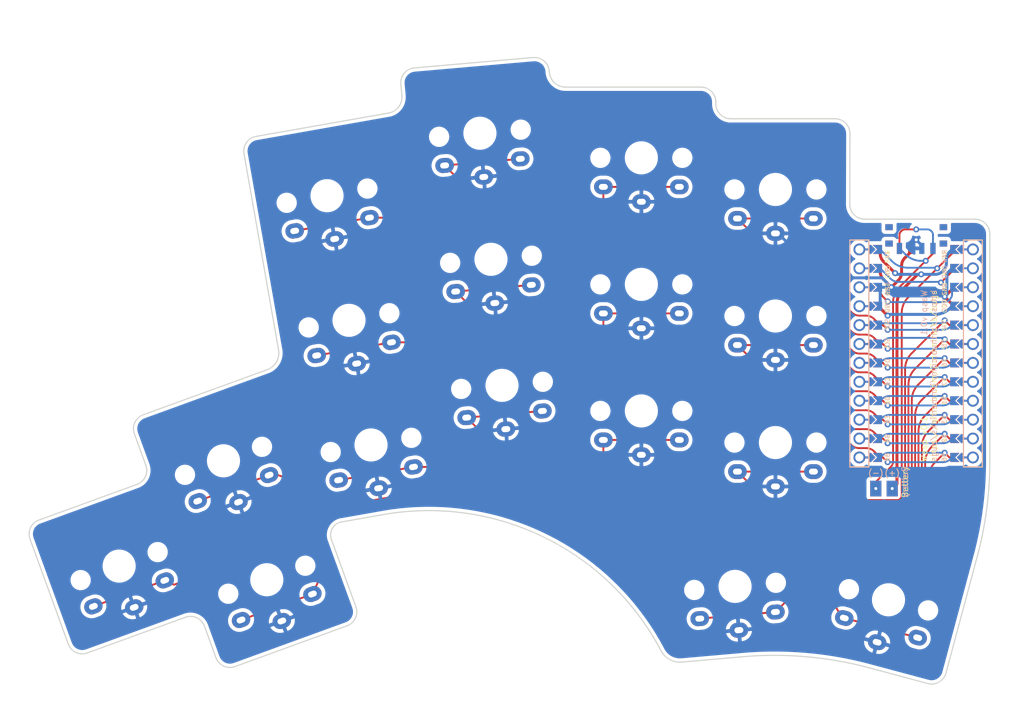
<source format=kicad_pcb>
(kicad_pcb (version 20210925) (generator pcbnew)
  (title_block (title "Wasp") (date "2021-10-11") (rev "0.1") (company "jmnw"))
  (layers (0 "F.Cu" signal) (31 "B.Cu" signal) (34 "B.Paste" user) (35 "F.Paste" user) (36 "B.SilkS" user "B.Silkscreen") (37 "F.SilkS" user "F.Silkscreen") (38 "B.Mask" user) (39 "F.Mask" user) (44 "Edge.Cuts" user))
  (net 0 "")
  (net 1 "unconnected-(PSW1-Pad3)")
  (net 2 "switch1")
  (net 3 "switch2")
  (net 4 "switch3")
  (net 5 "switch4")
  (net 6 "switch5")
  (net 7 "switch6")
  (net 8 "switch7")
  (net 9 "switch8")
  (net 10 "switch9")
  (net 11 "switch10")
  (net 12 "switch11")
  (net 13 "switch12")
  (net 14 "switch13")
  (net 15 "switch14")
  (net 16 "switch15")
  (net 17 "unconnected-(U1-Pad22)")
  (net 18 "unconnected-(U1-Pad2)")
  (net 19 "switch17")
  (net 20 "GND")
  (net 21 "VCC")
  (net 22 "Net-(BT1-Pad2)")
  (net 23 "raw")
  (net 24 "switch16")
  (footprint "bugs:Choc_reversible" (layer "F.Cu") (at 69.140757 53.617908 10)
    (fp_text reference "SW2" hide)
    (fp_text value "SW_PUSH" hide)
  )
  (footprint "bugs:Choc_reversible" (layer "F.Cu") (at 89.665856 45.226904 5)
    (fp_text reference "SW3" hide)
    (fp_text value "SW_PUSH" hide)
  )
  (footprint "bugs:Choc_reversible" (layer "F.Cu") (at 111.336195 48.530934)
    (fp_text reference "SW4" hide)
    (fp_text value "SW_PUSH" hide)
  )
  (footprint "bugs:Choc_reversible" (layer "F.Cu") (at 129.336202 52.780934)
    (fp_text reference "SW5" hide)
    (fp_text value "SW_PUSH" hide)
  )
  (footprint "bugs:Choc_reversible" (layer "F.Cu") (at 41.232975 103.376852 20)
    (fp_text reference "SW1" hide)
    (fp_text value "SW_PUSH" hide)
  )
  (footprint "bugs:Choc_reversible" (layer "F.Cu") (at 72.092776 70.359647 10)
    (fp_text reference "SW7" hide)
    (fp_text value "SW_PUSH" hide)
  )
  (footprint "bugs:Choc_reversible" (layer "F.Cu") (at 91.147505 62.162212 5)
    (fp_text reference "SW8" hide)
    (fp_text value "SW_PUSH" hide)
  )
  (footprint "bugs:Choc_reversible" (layer "F.Cu") (at 111.336209 65.530931)
    (fp_text reference "SW9" hide)
    (fp_text value "SW_PUSH" hide)
  )
  (footprint "bugs:Choc_reversible" (layer "F.Cu") (at 129.336199 69.780935)
    (fp_text reference "SW10" hide)
    (fp_text value "SW_PUSH" hide)
  )
  (footprint "bugs:Choc_reversible" (layer "F.Cu") (at 75.044799 87.101379 10)
    (fp_text reference "SW12" hide)
    (fp_text value "SW_PUSH" hide)
  )
  (footprint "bugs:Choc_reversible" (layer "F.Cu") (at 92.629142 79.097534 5)
    (fp_text reference "SW13" hide)
    (fp_text value "SW_PUSH" hide)
  )
  (footprint "bugs:Choc_reversible" (layer "F.Cu") (at 111.336204 82.530931)
    (fp_text reference "SW14" hide)
    (fp_text value "SW_PUSH" hide)
  )
  (footprint "bugs:Choc_reversible" (layer "F.Cu") (at 123.914429 106.102066 5)
    (fp_text reference "SW16" hide)
    (fp_text value "SW_PUSH" hide)
  )
  (footprint "bugs:Choc_reversible" (layer "F.Cu") (at 144.514159 107.904465 -15)
    (fp_text reference "SW17" hide)
    (fp_text value "SW_PUSH" hide)
  )
  (footprint "bugs:ProMicro_jumpers" (layer "F.Cu") (at 148.226199 74.810934)
    (fp_text reference "U1" hide)
    (fp_text value "ProMicro")
  )
  (footprint "bugs:Choc_reversible" (layer "F.Cu") (at 61.054614 105.207873 20)
    (fp_text reference "SW11" hide)
    (fp_text value "SW_PUSH" hide)
  )
  (footprint "bugs:Choc_reversible" (layer "F.Cu") (at 55.24027 89.233106 20)
    (fp_text reference "SW6" hide)
    (fp_text value "SW_PUSH" hide)
  )
  (footprint "bugs:Battery_pads_reversible" (layer "F.Cu") (at 143.911364 92.955777 180)
    (fp_text reference "BT1" hide)
    (fp_text value "Battery_Cell")
  )
  (footprint "bugs:Choc_reversible" (layer "F.Cu") (at 129.336204 86.780937)
    (fp_text reference "SW15" hide)
    (fp_text value "SW_PUSH" hide)
  )
  (footprint "bugs:Power_reversible" (layer "F.Cu") (at 148.23468 58.947747 180)
    (fp_text reference "PSW1" hide)
    (fp_text value "SW_SPDT")
  )
  (footprint "kbd:thread_m2" (layer "B.Cu") (at 71.371456 83.496299 -170)
    (fp_text reference "Ref**" hide)
    (fp_text value "Val**" hide)
  )
  (footprint "kbd:thread_m2" (layer "B.Cu") (at 68.417693 66.744712 -170)
    (fp_text reference "Ref**" hide)
    (fp_text value "Val**" hide)
  )
  (footprint "kbd:thread_m2" (layer "B.Cu") (at 126.344678 56.84275 180)
    (fp_text reference "Ref**" hide)
    (fp_text value "Val**" hide)
  )
  (gr_arc (start 50.804834 112.131581) (end 50.120788 110.252194) (angle 90) (layer "Edge.Cuts") (width 0.15))
  (gr_line (start 54.223007 115.676006) (end 52.684222 111.447537) (layer "Edge.Cuts") (width 0.15))
  (gr_line (start 44.473102 83.04236) (end 61.102711 76.989758) (layer "Edge.Cuts") (width 0.15))
  (gr_line (start 50.120788 110.252194) (end 36.964354 115.04075) (layer "Edge.Cuts") (width 0.15))
  (gr_line (start 71.085652 97.445928) (end 76.694628 96.456913) (layer "Edge.Cuts") (width 0.15))
  (gr_arc (start 81.04199 38.442533) (end 80.867682 36.450134) (angle -90) (layer "Edge.Cuts") (width 0.15))
  (gr_arc (start 108.194786 89.237753) (end 156.633187 101.31653) (angle -14.00185829) (layer "Edge.Cuts") (width 0.15))
  (gr_line (start 29.270454 99.749542) (end 34.400924 113.845405) (layer "Edge.Cuts") (width 0.15))
  (gr_arc (start 156.116609 58.770532) (end 158.116608 58.770533) (angle -90) (layer "Edge.Cuts") (width 0.15))
  (gr_line (start 121.336223 41.031379) (end 121.336612 41.280525) (layer "Edge.Cuts") (width 0.15))
  (gr_line (start 142.055621 117.080324) (end 149.783018 119.150874) (layer "Edge.Cuts") (width 0.15))
  (gr_line (start 98.973495 36.873723) (end 98.987966 37.039096) (layer "Edge.Cuts") (width 0.15))
  (gr_arc (start 71.393437 99.191447) (end 71.085652 97.445928) (angle -100.0004913) (layer "Edge.Cuts") (width 0.15))
  (gr_arc (start 59.959623 47.620672) (end 59.612325 45.651059) (angle -90) (layer "Edge.Cuts") (width 0.15))
  (gr_arc (start 77.015989 40.366033) (end 77.394997 42.515487) (angle -84.99985992) (layer "Edge.Cuts") (width 0.15))
  (gr_arc (start 42.937589 90.518139) (end 43.621624 92.397529) (angle -90) (layer "Edge.Cuts") (width 0.15))
  (gr_line (start 141.310734 56.770523) (end 156.116608 56.770532) (layer "Edge.Cuts") (width 0.15))
  (gr_line (start 73.01713 108.835491) (end 69.727886 99.797674) (layer "Edge.Cuts") (width 0.15))
  (gr_arc (start 129.211703 164.348897) (end 124.742885 115.570686) (angle 20.43604538) (layer "Edge.Cuts") (width 0.15))
  (gr_arc (start 45.157133 84.921758) (end 44.473102 83.04236) (angle -90) (layer "Edge.Cuts") (width 0.15))
  (gr_line (start 123.336621 43.280528) (end 137.336399 43.280748) (layer "Edge.Cuts") (width 0.15))
  (gr_arc (start 150.300658 117.219022) (end 149.783018 119.150874) (angle -90) (layer "Edge.Cuts") (width 0.15))
  (gr_line (start 152.232511 117.736659) (end 156.633187 101.31653) (layer "Edge.Cuts") (width 0.15))
  (gr_arc (start 137.336395 45.280746) (end 139.336399 45.280745) (angle -90) (layer "Edge.Cuts") (width 0.15))
  (gr_line (start 71.821798 111.39893) (end 56.786439 116.871352) (layer "Edge.Cuts") (width 0.15))
  (gr_line (start 30.465796 97.186116) (end 43.621624 92.397529) (layer "Edge.Cuts") (width 0.15))
  (gr_arc (start 36.280314 113.161363) (end 34.400924 113.845405) (angle -90) (layer "Edge.Cuts") (width 0.15))
  (gr_line (start 158.116608 58.770533) (end 158.116479 89.237807) (layer "Edge.Cuts") (width 0.15))
  (gr_arc (start 123.336613 41.28053) (end 121.336612 41.280525) (angle -90) (layer "Edge.Cuts") (width 0.15))
  (gr_line (start 101.162275 39.031481) (end 119.336227 39.031377) (layer "Edge.Cuts") (width 0.15))
  (gr_arc (start 116.521681 113.392549) (end 113.9 114.6) (angle -70.27275288) (layer "Edge.Cuts") (width 0.15))
  (gr_arc (start 71.137745 109.519542) (end 73.01713 108.835491) (angle 90) (layer "Edge.Cuts") (width 0.15))
  (gr_arc (start 101.162268 36.848865) (end 98.987966 37.039096) (angle -85.00013873) (layer "Edge.Cuts") (width 0.15))
  (gr_line (start 62.634798 74.336105) (end 57.990004 47.967966) (layer "Edge.Cuts") (width 0.15))
  (gr_arc (start 60.287504 74.749999) (end 61.102711 76.989758) (angle -79.99998711) (layer "Edge.Cuts") (width 0.15))
  (gr_arc (start 96.981102 37.048035) (end 98.973495 36.873723) (angle -90) (layer "Edge.Cuts") (width 0.15))
  (gr_line (start 43.27775 85.605795) (end 44.816983 89.834102) (layer "Edge.Cuts") (width 0.15))
  (gr_line (start 116.773337 116.267931) (end 124.742885 115.570686) (layer "Edge.Cuts") (width 0.15))
  (gr_arc (start 82.809479 131.136804) (end 113.9 114.6) (angle -71.99160254) (layer "Edge.Cuts") (width 0.15))
  (gr_line (start 79.049605 38.616839) (end 79.1903 40.175807) (layer "Edge.Cuts") (width 0.15))
  (gr_line (start 80.867682 36.450134) (end 96.806798 35.055648) (layer "Edge.Cuts") (width 0.15))
  (gr_arc (start 56.102386 114.991967) (end 56.786439 116.871352) (angle 90) (layer "Edge.Cuts") (width 0.15))
  (gr_line (start 59.612325 45.651059) (end 77.394997 42.515487) (layer "Edge.Cuts") (width 0.15))
  (gr_arc (start 119.336225 41.031377) (end 121.336223 41.031379) (angle -90) (layer "Edge.Cuts") (width 0.15))
  (gr_arc (start 31.149839 99.0655) (end 30.465796 97.186116) (angle -90) (layer "Edge.Cuts") (width 0.15))
  (gr_line (start 139.336399 45.280745) (end 139.310739 54.770533) (layer "Edge.Cuts") (width 0.15))
  (gr_arc (start 141.310739 54.770531) (end 139.310739 54.770533) (angle -90) (layer "Edge.Cuts") (width 0.15))
  (gr_text "Wasp v0.1\nhttps://github.com/jimmerricks/bugs" (at 149.94 66.220003 90) (layer "B.SilkS") (effects (font (size 0.8 0.8) (thickness 0.1)) (justify left mirror)))
  (gr_text "Wasp v0.1\nhttps://github.com/jimmerricks/bugs" (at 149.94 89.44 90) (layer "F.SilkS") (effects (font (size 0.8 0.8) (thickness 0.1)) (justify left)))
  (segment (start 145.984682 58.890986) (end 145.984681 60.697748) (width 0.25) (layer "F.Cu") (net 1))
  (segment (start 148.234681 58.147745) (end 146.727923 58.147746) (width 0.25) (layer "F.Cu") (net 1))
  (segment (start 146.261234 58.341054) (end 146.177993 58.424294) (width 0.25) (layer "F.Cu") (net 1))
  (via (at 148.234681 58.147745) (size 0.8) (drill 0.4) (layers "F.Cu" "B.Cu") (net 1))
  (arc (start 146.261234 58.341054) (mid 146.475353 58.197985) (end 146.727923 58.147746) (width 0.25) (layer "F.Cu") (net 1))
  (arc (start 146.177993 58.424294) (mid 146.034922 58.638414) (end 145.984682 58.890986) (width 0.25) (layer "F.Cu") (net 1))
  (segment (start 150.220968 58.341057) (end 150.291374 58.411464) (width 0.25) (layer "B.Cu") (net 1))
  (segment (start 150.484681 58.87815) (end 150.484686 60.697745) (width 0.25) (layer "B.Cu") (net 1))
  (segment (start 148.234681 58.147745) (end 149.754275 58.147744) (width 0.25) (layer "B.Cu") (net 1))
  (arc (start 150.291374 58.411464) (mid 150.434442 58.625582) (end 150.484681 58.87815) (width 0.25) (layer "B.Cu") (net 1))
  (arc (start 150.220968 58.341057) (mid 150.006848 58.197985) (end 149.754275 58.147744) (width 0.25) (layer "B.Cu") (net 1))
  (segment (start 47.359287 105.29735) (end 48.600798 105.876276) (width 0.25) (layer "F.Cu") (net 2))
  (segment (start 103.183425 91.834244) (end 107.226466 95.877284) (width 0.25) (layer "F.Cu") (net 2))
  (segment (start 153.0522 81.160935) (end 152.6872 81.160935) (width 0.25) (layer "F.Cu") (net 2))
  (segment (start 47.359291 105.297348) (end 37.774423 108.785954) (width 0.25) (layer "F.Cu") (net 2))
  (segment (start 147.953176 95.641576) (end 147.953176 95.643966) (width 0.25) (layer "F.Cu") (net 2))
  (segment (start 67.983605 98.244149) (end 68.825862 97.041282) (width 0.25) (layer "F.Cu") (net 2))
  (segment (start 152.6872 81.160935) (end 152.052198 80.525931) (width 0.25) (layer "F.Cu") (net 2))
  (segment (start 149.417643 83.160486) (end 152.052198 80.525931) (width 0.25) (layer "F.Cu") (net 2))
  (segment (start 70.762372 95.80759) (end 80.313314 94.123502) (width 0.25) (layer "F.Cu") (net 2))
  (segment (start 48.600798 105.876276) (end 66.552211 99.342496) (width 0.25) (layer "F.Cu") (net 2))
  (segment (start 147.953176 95.643966) (end 147.426965 96.170177) (width 0.25) (layer "F.Cu") (net 2))
  (segment (start 85.491165 90.955563) (end 101.062105 90.955565) (width 0.25) (layer "F.Cu") (net 2))
  (segment (start 101.062105 90.955565) (end 101.062105 90.955565) (width 0.25) (layer "F.Cu") (net 2))
  (segment (start 148.538964 94.227361) (end 148.538963 85.281807) (width 0.25) (layer "F.Cu") (net 2))
  (segment (start 146.012752 96.755963) (end 109.347786 96.755963) (width 0.25) (layer "F.Cu") (net 2))
  (segment (start 81.913689 93.290399) (end 83.369845 91.834244) (width 0.25) (layer "F.Cu") (net 2))
  (via (at 152.052198 80.525931) (size 0.8) (drill 0.4) (layers "F.Cu" "B.Cu") (net 2))
  (arc (start 83.369845 91.834244) (mid 84.343114 91.183924) (end 85.491165 90.955563) (width 0.25) (layer "F.Cu") (net 2))
  (arc (start 149.417643 83.160486) (mid 148.767324 84.133756) (end 148.538963 85.281807) (width 0.25) (layer "F.Cu") (net 2))
  (arc (start 68.825862 97.041282) (mid 69.671419 96.231839) (end 70.762372 95.80759) (width 0.25) (layer "F.Cu") (net 2))
  (arc (start 107.226466 95.877284) (mid 108.199736 96.527602) (end 109.347786 96.755963) (width 0.25) (layer "F.Cu") (net 2))
  (arc (start 80.313314 94.123502) (mid 81.177615 93.830111) (end 81.913689 93.290399) (width 0.25) (layer "F.Cu") (net 2))
  (arc (start 147.426965 96.170177) (mid 146.778119 96.603722) (end 146.012752 96.755963) (width 0.25) (layer "F.Cu") (net 2))
  (arc (start 66.552211 99.342496) (mid 67.352434 98.903479) (end 67.983605 98.244149) (width 0.25) (layer "F.Cu") (net 2))
  (arc (start 103.183425 91.834244) (mid 102.210155 91.183926) (end 101.062105 90.955565) (width 0.25) (layer "F.Cu") (net 2))
  (arc (start 148.538964 94.227361) (mid 148.386723 94.992729) (end 147.953176 95.641576) (width 0.25) (layer "F.Cu") (net 2))
  (segment (start 143.595859 80.965276) (end 143.400201 81.160935) (width 0.25) (layer "B.Cu") (net 2))
  (segment (start 152.052198 80.525931) (end 144.65652 80.525935) (width 0.25) (layer "B.Cu") (net 2))
  (arc (start 143.595859 80.965276) (mid 144.082494 80.640116) (end 144.65652 80.525935) (width 0.25) (layer "B.Cu") (net 2))
  (segment (start 136.641364 73.374459) (end 136.641365 68.904253) (width 0.25) (layer "F.Cu") (net 3))
  (segment (start 143.765205 78.620932) (end 143.400202 78.620935) (width 0.25) (layer "F.Cu") (net 3))
  (segment (start 101.992843 56.573054) (end 74.840504 56.573053) (width 0.25) (layer "F.Cu") (net 3))
  (segment (start 139.552028 76.90644) (end 137.080705 74.43512) (width 0.25) (layer "F.Cu") (net 3))
  (segment (start 141.503725 77.34578) (end 140.612686 77.345779) (width 0.25) (layer "F.Cu") (net 3))
  (segment (start 144.400202 79.255933) (end 143.765205 78.620932) (width 0.25) (layer "F.Cu") (net 3))
  (segment (start 136.202025 67.843593) (end 131.818307 63.459877) (width 0.25) (layer "F.Cu") (net 3))
  (segment (start 108.364945 61.702516) (end 104.114164 57.451734) (width 0.25) (layer "F.Cu") (net 3))
  (segment (start 129.696987 62.581198) (end 110.486266 62.581196) (width 0.25) (layer "F.Cu") (net 3))
  (segment (start 143.400202 78.620935) (end 142.564383 77.785118) (width 0.25) (layer "F.Cu") (net 3))
  (segment (start 64.795471 58.344264) (end 74.84051 56.573052) (width 0.25) (layer "F.Cu") (net 3))
  (via (at 144.400202 79.255933) (size 0.8) (drill 0.4) (layers "F.Cu" "B.Cu") (net 3))
  (arc (start 136.641365 68.904253) (mid 136.527184 68.330228) (end 136.202025 67.843593) (width 0.25) (layer "F.Cu") (net 3))
  (arc (start 139.552028 76.90644) (mid 140.038662 77.231598) (end 140.612686 77.345779) (width 0.25) (layer "F.Cu") (net 3))
  (arc (start 137.080705 74.43512) (mid 136.755545 73.948485) (end 136.641364 73.374459) (width 0.25) (layer "F.Cu") (net 3))
  (arc (start 101.992843 56.573054) (mid 103.140894 56.801416) (end 104.114164 57.451734) (width 0.25) (layer "F.Cu") (net 3))
  (arc (start 141.503725 77.34578) (mid 142.077749 77.45996) (end 142.564383 77.785118) (width 0.25) (layer "F.Cu") (net 3))
  (arc (start 108.364945 61.702516) (mid 109.338215 62.352835) (end 110.486266 62.581196) (width 0.25) (layer "F.Cu") (net 3))
  (arc (start 129.696987 62.581198) (mid 130.845037 62.809559) (end 131.818307 63.459877) (width 0.25) (layer "F.Cu") (net 3))
  (segment (start 144.400202 79.255933) (end 151.795877 79.255934) (width 0.25) (layer "B.Cu") (net 3))
  (segment (start 152.856543 78.816588) (end 153.052199 78.62093) (width 0.25) (layer "B.Cu") (net 3))
  (arc (start 151.795877 79.255934) (mid 152.369906 79.141752) (end 152.856543 78.816588) (width 0.25) (layer "B.Cu") (net 3))
  (segment (start 108.551145 61.252998) (end 104.300362 57.002214) (width 0.25) (layer "F.Cu") (net 4))
  (segment (start 90.613462 55.244854) (end 84.92517 49.556558) (width 0.25) (layer "F.Cu") (net 4))
  (segment (start 129.883187 62.131678) (end 110.672466 62.131678) (width 0.25) (layer "F.Cu") (net 4))
  (segment (start 143.4002 76.080934) (end 142.584384 75.265119) (width 0.25) (layer "F.Cu") (net 4))
  (segment (start 143.4002 76.080931) (end 143.765203 76.080933) (width 0.25) (layer "F.Cu") (net 4))
  (segment (start 137.090886 71.283979) (end 137.090886 68.718055) (width 0.25) (layer "F.Cu") (net 4))
  (segment (start 102.179041 56.123534) (end 92.734783 56.123534) (width 0.25) (layer "F.Cu") (net 4))
  (segment (start 143.765203 76.080933) (end 144.4002 76.715932) (width 0.25) (layer "F.Cu") (net 4))
  (segment (start 136.651546 67.657395) (end 132.004507 63.010357) (width 0.25) (layer "F.Cu") (net 4))
  (segment (start 84.925173 49.556559) (end 95.086359 48.667569) (width 0.25) (layer "F.Cu") (net 4))
  (segment (start 141.523724 74.82578) (end 140.632685 74.82578) (width 0.25) (layer "F.Cu") (net 4))
  (segment (start 139.572024 74.38644) (end 137.530225 72.344639) (width 0.25) (layer "F.Cu") (net 4))
  (via (at 144.4002 76.715932) (size 0.8) (drill 0.4) (layers "F.Cu" "B.Cu") (net 4))
  (arc (start 136.651546 67.657395) (mid 136.976705 68.14403) (end 137.090886 68.718055) (width 0.25) (layer "F.Cu") (net 4))
  (arc (start 90.613462 55.244854) (mid 91.586732 55.895173) (end 92.734783 56.123534) (width 0.25) (layer "F.Cu") (net 4))
  (arc (start 137.090886 71.283979) (mid 137.205067 71.858004) (end 137.530225 72.344639) (width 0.25) (layer "F.Cu") (net 4))
  (arc (start 142.584384 75.265119) (mid 142.097749 74.93996) (end 141.523724 74.82578) (width 0.25) (layer "F.Cu") (net 4))
  (arc (start 104.300362 57.002214) (mid 103.327092 56.351895) (end 102.179041 56.123534) (width 0.25) (layer "F.Cu") (net 4))
  (arc (start 129.883187 62.131678) (mid 131.031237 62.360039) (end 132.004507 63.010357) (width 0.25) (layer "F.Cu") (net 4))
  (arc (start 110.672466 62.131678) (mid 109.524415 61.903316) (end 108.551145 61.252998) (width 0.25) (layer "F.Cu") (net 4))
  (arc (start 140.632685 74.82578) (mid 140.05866 74.711599) (end 139.572024 74.38644) (width 0.25) (layer "F.Cu") (net 4))
  (segment (start 144.4002 76.715932) (end 151.795879 76.715934) (width 0.25) (layer "B.Cu") (net 4))
  (segment (start 152.856538 76.276595) (end 153.052199 76.080934) (width 0.25) (layer "B.Cu") (net 4))
  (arc (start 151.795879 76.715934) (mid 152.369903 76.601754) (end 152.856538 76.276595) (width 0.25) (layer "B.Cu") (net 4))
  (segment (start 143.765202 73.540933) (end 144.400199 74.175933) (width 0.25) (layer "F.Cu") (net 5))
  (segment (start 106.236196 52.430931) (end 116.436194 52.430927) (width 0.25) (layer "F.Cu") (net 5))
  (segment (start 137.540406 69.233496) (end 137.540407 68.531858) (width 0.25) (layer "F.Cu") (net 5))
  (segment (start 139.522025 71.836438) (end 137.979745 70.294157) (width 0.25) (layer "F.Cu") (net 5))
  (segment (start 106.236193 52.43093) (end 106.236194 57.05969) (width 0.25) (layer "F.Cu") (net 5))
  (segment (start 110.858664 61.682155) (end 110.858662 61.682157) (width 0.25) (layer "F.Cu") (net 5))
  (segment (start 130.069386 61.682155) (end 110.858664 61.682155) (width 0.25) (layer "F.Cu") (net 5))
  (segment (start 143.400199 73.540934) (end 142.574381 72.715116) (width 0.25) (layer "F.Cu") (net 5))
  (segment (start 137.101067 67.471197) (end 132.190707 62.560835) (width 0.25) (layer "F.Cu") (net 5))
  (segment (start 107.114874 59.18101) (end 108.737342 60.803478) (width 0.25) (layer "F.Cu") (net 5))
  (segment (start 141.513719 72.275777) (end 140.582688 72.275778) (width 0.25) (layer "F.Cu") (net 5))
  (segment (start 143.400201 73.540936) (end 143.765202 73.540933) (width 0.25) (layer "F.Cu") (net 5))
  (via (at 144.400199 74.175933) (size 0.8) (drill 0.4) (layers "F.Cu" "B.Cu") (net 5))
  (arc (start 137.540407 68.531858) (mid 137.426226 67.957832) (end 137.101067 67.471197) (width 0.25) (layer "F.Cu") (net 5))
  (arc (start 130.069386 61.682155) (mid 131.217437 61.910517) (end 132.190707 62.560835) (width 0.25) (layer "F.Cu") (net 5))
  (arc (start 107.114874 59.18101) (mid 106.464556 58.20774) (end 106.236194 57.05969) (width 0.25) (layer "F.Cu") (net 5))
  (arc (start 139.522025 71.836438) (mid 140.008661 72.161598) (end 140.582688 72.275778) (width 0.25) (layer "F.Cu") (net 5))
  (arc (start 137.540406 69.233496) (mid 137.654586 69.807521) (end 137.979745 70.294157) (width 0.25) (layer "F.Cu") (net 5))
  (arc (start 142.574381 72.715116) (mid 142.087745 72.389957) (end 141.513719 72.275777) (width 0.25) (layer "F.Cu") (net 5))
  (arc (start 108.737342 60.803478) (mid 109.710612 61.453796) (end 110.858662 61.682157) (width 0.25) (layer "F.Cu") (net 5))
  (segment (start 144.400199 74.175933) (end 151.79588 74.175933) (width 0.25) (layer "B.Cu") (net 5))
  (segment (start 152.856536 73.736597) (end 153.0522 73.540935) (width 0.25) (layer "B.Cu") (net 5))
  (arc (start 151.79588 74.175933) (mid 152.369903 74.061753) (end 152.856536 73.736597) (width 0.25) (layer "B.Cu") (net 5))
  (segment (start 139.552027 69.286438) (end 132.376905 62.111316) (width 0.25) (layer "F.Cu") (net 6))
  (segment (start 130.255585 61.232637) (end 130.030546 61.232637) (width 0.25) (layer "F.Cu") (net 6))
  (segment (start 143.400199 71.000934) (end 142.564383 70.165117) (width 0.25) (layer "F.Cu") (net 6))
  (segment (start 141.503721 69.725777) (end 140.612688 69.725778) (width 0.25) (layer "F.Cu") (net 6))
  (segment (start 124.236199 56.680931) (end 134.436202 56.680935) (width 0.25) (layer "F.Cu") (net 6))
  (segment (start 143.765196 71.000936) (end 144.4002 71.635934) (width 0.25) (layer "F.Cu") (net 6))
  (segment (start 143.400198 71.000935) (end 143.765196 71.000936) (width 0.25) (layer "F.Cu") (net 6))
  (segment (start 127.909225 60.353957) (end 124.236202 56.680934) (width 0.25) (layer "F.Cu") (net 6))
  (via (at 144.4002 71.635934) (size 0.8) (drill 0.4) (layers "F.Cu" "B.Cu") (net 6))
  (arc (start 140.612688 69.725778) (mid 140.038662 69.611597) (end 139.552027 69.286438) (width 0.25) (layer "F.Cu") (net 6))
  (arc (start 142.564383 70.165117) (mid 142.077747 69.839957) (end 141.503721 69.725777) (width 0.25) (layer "F.Cu") (net 6))
  (arc (start 130.255585 61.232637) (mid 131.403635 61.460998) (end 132.376905 62.111316) (width 0.25) (layer "F.Cu") (net 6))
  (arc (start 130.030546 61.232637) (mid 128.882495 61.004275) (end 127.909225 60.353957) (width 0.25) (layer "F.Cu") (net 6))
  (segment (start 152.856542 71.196591) (end 153.0522 71.000932) (width 0.25) (layer "B.Cu") (net 6))
  (segment (start 144.4002 71.635934) (end 151.795878 71.635935) (width 0.25) (layer "B.Cu") (net 6))
  (arc (start 152.856542 71.196591) (mid 152.369906 71.521753) (end 151.795878 71.635935) (width 0.25) (layer "B.Cu") (net 6))
  (segment (start 68.266959 94.882411) (end 63.642732 91.644492) (width 0.25) (layer "F.Cu") (net 7))
  (segment (start 145.965 96.306442) (end 109.533981 96.306442) (width 0.25) (layer "F.Cu") (net 7))
  (segment (start 152.687203 78.620935) (end 152.052204 77.985935) (width 0.25) (layer "F.Cu") (net 7))
  (segment (start 61.401059 91.147525) (end 61.366579 91.153605) (width 0.25) (layer "F.Cu") (net 7))
  (segment (start 101.248301 90.506046) (end 85.248592 90.506043) (width 0.25) (layer "F.Cu") (net 7))
  (segment (start 101.248301 90.506046) (end 101.248299 90.506046) (width 0.25) (layer "F.Cu") (net 7))
  (segment (start 51.781713 94.642213) (end 61.366579 91.153606) (width 0.25) (layer "F.Cu") (net 7))
  (segment (start 152.052204 77.985935) (end 152.052203 77.985935) (width 0.25) (layer "F.Cu") (net 7))
  (segment (start 80.047266 93.697459) (end 70.508634 95.379378) (width 0.25) (layer "F.Cu") (net 7))
  (segment (start 147.603244 95.355792) (end 147.138799 95.820238) (width 0.25) (layer "F.Cu") (net 7))
  (segment (start 83.127269 91.384725) (end 81.647644 92.864353) (width 0.25) (layer "F.Cu") (net 7))
  (segment (start 103.36962 91.384726) (end 103.369619 91.384725) (width 0.25) (layer "F.Cu") (net 7))
  (segment (start 152.052203 77.985935) (end 148.968125 81.070013) (width 0.25) (layer "F.Cu") (net 7))
  (segment (start 153.052199 78.62093) (end 152.687203 78.620935) (width 0.25) (layer "F.Cu") (net 7))
  (segment (start 148.089446 83.191333) (end 148.089445 94.181996) (width 0.25) (layer "F.Cu") (net 7))
  (segment (start 107.412662 95.427764) (end 103.369619 91.384725) (width 0.25) (layer "F.Cu") (net 7))
  (via (at 152.052204 77.985935) (size 0.8) (drill 0.4) (layers "F.Cu" "B.Cu") (net 7))
  (arc (start 61.401059 91.147525) (mid 62.571322 91.173061) (end 63.642732 91.644492) (width 0.25) (layer "F.Cu") (net 7))
  (arc (start 147.138799 95.820238) (mid 146.600256 96.180082) (end 145.965 96.306442) (width 0.25) (layer "F.Cu") (net 7))
  (arc (start 70.508634 95.379378) (mid 69.338369 95.353842) (end 68.266959 94.882411) (width 0.25) (layer "F.Cu") (net 7))
  (arc (start 107.412662 95.427764) (mid 108.385932 96.078081) (end 109.533981 96.306442) (width 0.25) (layer "F.Cu") (net 7))
  (arc (start 101.248299 90.506046) (mid 102.39635 90.734408) (end 103.36962 91.384726) (width 0.25) (layer "F.Cu") (net 7))
  (arc (start 80.047266 93.697459) (mid 80.911568 93.404067) (end 81.647644 92.864353) (width 0.25) (layer "F.Cu") (net 7))
  (arc (start 148.089446 83.191333) (mid 148.317807 82.043283) (end 148.968125 81.070013) (width 0.25) (layer "F.Cu") (net 7))
  (arc (start 85.248592 90.506043) (mid 84.10054 90.734405) (end 83.127269 91.384725) (width 0.25) (layer "F.Cu") (net 7))
  (arc (start 147.603244 95.355792) (mid 147.963086 94.81725) (end 148.089445 94.181996) (width 0.25) (layer "F.Cu") (net 7))
  (segment (start 152.052204 77.985935) (end 144.65652 77.985935) (width 0.25) (layer "B.Cu") (net 7))
  (segment (start 143.595862 78.425272) (end 143.400199 78.620935) (width 0.25) (layer "B.Cu") (net 7))
  (arc (start 144.65652 77.985935) (mid 144.082496 78.100115) (end 143.595862 78.425272) (width 0.25) (layer "B.Cu") (net 7))
  (segment (start 103.645904 74.193472) (end 108.184947 78.732515) (width 0.25) (layer "F.Cu") (net 8))
  (segment (start 110.306267 79.611194) (end 130.784143 79.611196) (width 0.25) (layer "F.Cu") (net 8))
  (segment (start 67.747485 75.086004) (end 77.792523 73.314794) (width 0.25) (layer "F.Cu") (net 8))
  (segment (start 142.584384 87.965119) (end 143.400199 88.780937) (width 0.25) (layer "F.Cu") (net 8))
  (segment (start 77.792523 73.314792) (end 101.524583 73.314792) (width 0.25) (layer "F.Cu") (net 8))
  (segment (start 140.562687 87.525778) (end 141.523721 87.525777) (width 0.25) (layer "F.Cu") (net 8))
  (segment (start 143.400196 88.780933) (end 143.765201 88.780933) (width 0.25) (layer "F.Cu") (net 8))
  (segment (start 132.905464 80.489876) (end 139.502026 87.086438) (width 0.25) (layer "F.Cu") (net 8))
  (segment (start 143.765201 88.780933) (end 144.400197 89.415935) (width 0.25) (layer "F.Cu") (net 8))
  (via (at 144.400197 89.415935) (size 0.8) (drill 0.4) (layers "F.Cu" "B.Cu") (net 8))
  (arc (start 141.523721 87.525777) (mid 142.097748 87.639958) (end 142.584384 87.965119) (width 0.25) (layer "F.Cu") (net 8))
  (arc (start 103.645904 74.193472) (mid 102.672634 73.543153) (end 101.524583 73.314792) (width 0.25) (layer "F.Cu") (net 8))
  (arc (start 108.184947 78.732515) (mid 109.158217 79.382833) (end 110.306267 79.611194) (width 0.25) (layer "F.Cu") (net 8))
  (arc (start 140.562687 87.525778) (mid 139.988661 87.411597) (end 139.502026 87.086438) (width 0.25) (layer "F.Cu") (net 8))
  (arc (start 132.905464 80.489876) (mid 131.932194 79.839557) (end 130.784143 79.611196) (width 0.25) (layer "F.Cu") (net 8))
  (segment (start 144.400197 89.415935) (end 151.795879 89.415935) (width 0.25) (layer "B.Cu") (net 8))
  (segment (start 152.856538 88.976597) (end 153.052198 88.780937) (width 0.25) (layer "B.Cu") (net 8))
  (arc (start 152.856538 88.976597) (mid 152.369903 89.301755) (end 151.795879 89.415935) (width 0.25) (layer "B.Cu") (net 8))
  (segment (start 96.568006 65.602876) (end 96.568004 65.844142) (width 0.25) (layer "F.Cu") (net 9))
  (segment (start 110.49247 79.16168) (end 110.492464 79.161674) (width 0.25) (layer "F.Cu") (net 9))
  (segment (start 86.406817 66.491867) (end 96.568 65.60288) (width 0.25) (layer "F.Cu") (net 9))
  (segment (start 108.371146 78.282996) (end 103.832094 73.74395) (width 0.25) (layer "F.Cu") (net 9))
  (segment (start 141.51372 84.975777) (end 138.648405 84.975779) (width 0.25) (layer "F.Cu") (net 9))
  (segment (start 91.901545 71.986592) (end 86.406819 66.491866) (width 0.25) (layer "F.Cu") (net 9))
  (segment (start 130.970343 79.16168) (end 110.49247 79.16168) (width 0.25) (layer "F.Cu") (net 9))
  (segment (start 101.710775 72.865272) (end 94.022866 72.865272) (width 0.25) (layer "F.Cu") (net 9))
  (segment (start 137.587744 84.536439) (end 133.091663 80.040359) (width 0.25) (layer "F.Cu") (net 9))
  (segment (start 143.765202 86.240933) (end 144.400199 86.875932) (width 0.25) (layer "F.Cu") (net 9))
  (segment (start 142.574382 85.415117) (end 143.400199 86.240934) (width 0.25) (layer "F.Cu") (net 9))
  (segment (start 143.400202 86.240933) (end 143.765202 86.240933) (width 0.25) (layer "F.Cu") (net 9))
  (via (at 144.400199 86.875932) (size 0.8) (drill 0.4) (layers "F.Cu" "B.Cu") (net 9))
  (arc (start 94.022866 72.865272) (mid 92.874815 72.63691) (end 91.901545 71.986592) (width 0.25) (layer "F.Cu") (net 9))
  (arc (start 110.492464 79.161674) (mid 109.344415 78.933313) (end 108.371146 78.282996) (width 0.25) (layer "F.Cu") (net 9))
  (arc (start 103.832094 73.74395) (mid 102.858824 73.093633) (end 101.710775 72.865272) (width 0.25) (layer "F.Cu") (net 9))
  (arc (start 142.574382 85.415117) (mid 142.087746 85.089957) (end 141.51372 84.975777) (width 0.25) (layer "F.Cu") (net 9))
  (arc (start 133.091663 80.040359) (mid 132.118393 79.390041) (end 130.970343 79.16168) (width 0.25) (layer "F.Cu") (net 9))
  (arc (start 138.648405 84.975779) (mid 138.074379 84.861598) (end 137.587744 84.536439) (width 0.25) (layer "F.Cu") (net 9))
  (segment (start 144.400199 86.875932) (end 151.795877 86.875937) (width 0.25) (layer "B.Cu") (net 9))
  (segment (start 152.856544 86.436591) (end 153.052201 86.240932) (width 0.25) (layer "B.Cu") (net 9))
  (arc (start 151.795877 86.875937) (mid 152.369907 86.761755) (end 152.856544 86.436591) (width 0.25) (layer "B.Cu") (net 9))
  (segment (start 106.236209 75.512337) (end 106.236209 69.430931) (width 0.25) (layer "F.Cu") (net 10))
  (segment (start 106.236204 75.512342) (end 106.236209 75.512337) (width 0.25) (layer "F.Cu") (net 10))
  (segment (start 143.7652 83.700934) (end 144.400198 84.335933) (width 0.25) (layer "F.Cu") (net 10))
  (segment (start 143.400201 83.700935) (end 142.584381 82.885115) (width 0.25) (layer "F.Cu") (net 10))
  (segment (start 141.523721 82.445776) (end 136.754121 82.445777) (width 0.25) (layer "F.Cu") (net 10))
  (segment (start 106.236211 69.430928) (end 116.436206 69.430925) (width 0.25) (layer "F.Cu") (net 10))
  (segment (start 106.236204 75.512342) (end 108.557338 77.833475) (width 0.25) (layer "F.Cu") (net 10))
  (segment (start 131.156537 78.712155) (end 110.678658 78.712155) (width 0.25) (layer "F.Cu") (net 10))
  (segment (start 135.693461 82.006437) (end 133.277857 79.590834) (width 0.25) (layer "F.Cu") (net 10))
  (segment (start 143.400201 83.700932) (end 143.7652 83.700934) (width 0.25) (layer "F.Cu") (net 10))
  (via (at 144.400198 84.335933) (size 0.8) (drill 0.4) (layers "F.Cu" "B.Cu") (net 10))
  (arc (start 133.277857 79.590834) (mid 132.304587 78.940516) (end 131.156537 78.712155) (width 0.25) (layer "F.Cu") (net 10))
  (arc (start 135.693461 82.006437) (mid 136.180096 82.331596) (end 136.754121 82.445777) (width 0.25) (layer "F.Cu") (net 10))
  (arc (start 141.523721 82.445776) (mid 142.097746 82.559957) (end 142.584381 82.885115) (width 0.25) (layer "F.Cu") (net 10))
  (arc (start 108.557338 77.833475) (mid 109.530608 78.483793) (end 110.678658 78.712155) (width 0.25) (layer "F.Cu") (net 10))
  (segment (start 152.85654 83.896596) (end 153.052201 83.700935) (width 0.25) (layer "B.Cu") (net 10))
  (segment (start 144.400198 84.335933) (end 151.795881 84.335934) (width 0.25) (layer "B.Cu") (net 10))
  (arc (start 152.85654 83.896596) (mid 152.369905 84.221754) (end 151.795881 84.335934) (width 0.25) (layer "B.Cu") (net 10))
  (segment (start 133.464057 79.141316) (end 133.769179 79.446438) (width 0.25) (layer "F.Cu") (net 11))
  (segment (start 124.236204 73.680935) (end 127.939223 77.383955) (width 0.25) (layer "F.Cu") (net 11))
  (segment (start 143.400201 81.160935) (end 143.765195 81.160933) (width 0.25) (layer "F.Cu") (net 11))
  (segment (start 124.236203 73.680933) (end 134.436203 73.680933) (width 0.25) (layer "F.Cu") (net 11))
  (segment (start 143.765195 81.160933) (end 144.400202 81.795933) (width 0.25) (layer "F.Cu") (net 11))
  (segment (start 142.564385 80.325119) (end 143.400198 81.160934) (width 0.25) (layer "F.Cu") (net 11))
  (segment (start 134.82984 79.885779) (end 141.503724 79.885778) (width 0.25) (layer "F.Cu") (net 11))
  (segment (start 130.060546 78.262635) (end 131.342733 78.262634) (width 0.25) (layer "F.Cu") (net 11))
  (via (at 144.400202 81.795933) (size 0.8) (drill 0.4) (layers "F.Cu" "B.Cu") (net 11))
  (arc (start 131.342733 78.262634) (mid 132.490786 78.490996) (end 133.464057 79.141316) (width 0.25) (layer "F.Cu") (net 11))
  (arc (start 130.060546 78.262635) (mid 128.912494 78.034274) (end 127.939223 77.383955) (width 0.25) (layer "F.Cu") (net 11))
  (arc (start 142.564385 80.325119) (mid 142.07775 79.999959) (end 141.503724 79.885778) (width 0.25) (layer "F.Cu") (net 11))
  (arc (start 134.82984 79.885779) (mid 134.255814 79.771598) (end 133.769179 79.446438) (width 0.25) (layer "F.Cu") (net 11))
  (segment (start 152.856542 81.356593) (end 153.0522 81.160935) (width 0.25) (layer "B.Cu") (net 11))
  (segment (start 144.400202 81.795933) (end 151.795882 81.795933) (width 0.25) (layer "B.Cu") (net 11))
  (arc (start 152.856542 81.356593) (mid 152.369907 81.681752) (end 151.795882 81.795933) (width 0.25) (layer "B.Cu") (net 11))
  (segment (start 67.180924 107.128371) (end 68.628614 104.02379) (width 0.25) (layer "F.Cu") (net 12))
  (segment (start 71.003017 96.24763) (end 80.570444 94.560634) (width 0.25) (layer "F.Cu") (net 12))
  (segment (start 149.867165 85.250969) (end 152.052198 83.065936) (width 0.25) (layer "F.Cu") (net 12))
  (segment (start 57.596057 110.61698) (end 67.180926 107.128375) (width 0.25) (layer "F.Cu") (net 12))
  (segment (start 109.161589 97.205483) (end 146.062259 97.205483) (width 0.25) (layer "F.Cu") (net 12))
  (segment (start 148.988484 94.279258) (end 148.988485 87.37229) (width 0.25) (layer "F.Cu") (net 12))
  (segment (start 153.052201 83.700935) (end 152.687199 83.700932) (width 0.25) (layer "F.Cu") (net 12))
  (segment (start 102.997228 92.283764) (end 107.040269 96.326804) (width 0.25) (layer "F.Cu") (net 12))
  (segment (start 68.72877 101.729874) (end 68.36095 100.719301) (width 0.25) (layer "F.Cu") (net 12))
  (segment (start 68.722572 97.972511) (end 69.066504 97.481323) (width 0.25) (layer "F.Cu") (net 12))
  (segment (start 85.735907 91.405085) (end 100.875908 91.405085) (width 0.25) (layer "F.Cu") (net 12))
  (segment (start 82.170819 93.727531) (end 83.614586 92.283765) (width 0.25) (layer "F.Cu") (net 12))
  (segment (start 147.709818 96.523042) (end 148.306043 95.926817) (width 0.25) (layer "F.Cu") (net 12))
  (segment (start 152.687199 83.700932) (end 152.052198 83.065936) (width 0.25) (layer "F.Cu") (net 12))
  (via (at 152.052198 83.065936) (size 0.8) (drill 0.4) (layers "F.Cu" "B.Cu") (net 12))
  (arc (start 149.867165 85.250969) (mid 149.216846 86.224239) (end 148.988485 87.37229) (width 0.25) (layer "F.Cu") (net 12))
  (arc (start 68.628614 104.02379) (mid 68.906837 102.886794) (end 68.72877 101.729874) (width 0.25) (layer "F.Cu") (net 12))
  (arc (start 68.36095 100.719301) (mid 68.205693 99.301662) (end 68.722572 97.972511) (width 0.25) (layer "F.Cu") (net 12))
  (arc (start 69.066504 97.481323) (mid 69.912063 96.671878) (end 71.003017 96.24763) (width 0.25) (layer "F.Cu") (net 12))
  (arc (start 83.614586 92.283765) (mid 84.587856 91.633447) (end 85.735907 91.405085) (width 0.25) (layer "F.Cu") (net 12))
  (arc (start 107.040269 96.326804) (mid 108.013539 96.977122) (end 109.161589 97.205483) (width 0.25) (layer "F.Cu") (net 12))
  (arc (start 148.306043 95.926817) (mid 148.811124 95.170911) (end 148.988484 94.279258) (width 0.25) (layer "F.Cu") (net 12))
  (arc (start 147.709818 96.523042) (mid 146.953912 97.028123) (end 146.062259 97.205483) (width 0.25) (layer "F.Cu") (net 12))
  (arc (start 102.997228 92.283764) (mid 102.023958 91.633446) (end 100.875908 91.405085) (width 0.25) (layer "F.Cu") (net 12))
  (arc (start 80.570444 94.560634) (mid 81.434745 94.267244) (end 82.170819 93.727531) (width 0.25) (layer "F.Cu") (net 12))
  (segment (start 152.052198 83.065936) (end 144.656519 83.065934) (width 0.25) (layer "B.Cu") (net 12))
  (segment (start 143.59586 83.505273) (end 143.400201 83.700932) (width 0.25) (layer "B.Cu") (net 12))
  (arc (start 144.656519 83.065934) (mid 144.082495 83.180114) (end 143.59586 83.505273) (width 0.25) (layer "B.Cu") (net 12))
  (segment (start 142.337537 95.856922) (end 145.915493 95.856919) (width 0.25) (layer "F.Cu") (net 13))
  (segment (start 70.699505 91.827732) (end 80.744543 90.056525) (width 0.25) (layer "F.Cu") (net 13))
  (segment (start 109.720178 95.856922) (end 142.337537 95.856922) (width 0.25) (layer "F.Cu") (net 13))
  (segment (start 152.6872 76.080935) (end 152.052201 75.445934) (width 0.25) (layer "F.Cu") (net 13))
  (segment (start 153.052199 76.080934) (end 152.6872 76.080935) (width 0.25) (layer "F.Cu") (net 13))
  (segment (start 103.55582 90.935203) (end 107.598857 94.978242) (width 0.25) (layer "F.Cu") (net 13))
  (segment (start 147.639926 94.132486) (end 147.639927 81.10085) (width 0.25) (layer "F.Cu") (net 13))
  (segment (start 146.855943 95.467372) (end 147.250377 95.072939) (width 0.25) (layer "F.Cu") (net 13))
  (segment (start 80.744542 90.056526) (end 101.434499 90.056523) (width 0.25) (layer "F.Cu") (net 13))
  (segment (start 148.518606 78.97953) (end 152.052201 75.445934) (width 0.25) (layer "F.Cu") (net 13))
  (via (at 152.052201 75.445934) (size 0.8) (drill 0.4) (layers "F.Cu" "B.Cu") (net 13))
  (arc (start 147.639927 81.10085) (mid 147.868288 79.9528) (end 148.518606 78.97953) (width 0.25) (layer "F.Cu") (net 13))
  (arc (start 107.598857 94.978242) (mid 108.572127 95.628561) (end 109.720178 95.856922) (width 0.25) (layer "F.Cu") (net 13))
  (arc (start 146.855943 95.467372) (mid 146.424461 95.755679) (end 145.915493 95.856919) (width 0.25) (layer "F.Cu") (net 13))
  (arc (start 147.250377 95.072939) (mid 147.538685 94.641456) (end 147.639926 94.132486) (width 0.25) (layer "F.Cu") (net 13))
  (arc (start 103.55582 90.935203) (mid 102.58255 90.284884) (end 101.434499 90.056523) (width 0.25) (layer "F.Cu") (net 13))
  (segment (start 143.595863 75.88527) (end 143.4002 76.080931) (width 0.25) (layer "B.Cu") (net 13))
  (segment (start 152.052201 75.445934) (end 144.656518 75.445935) (width 0.25) (layer "B.Cu") (net 13))
  (arc (start 143.595863 75.88527) (mid 144.082496 75.560115) (end 144.656518 75.445935) (width 0.25) (layer "B.Cu") (net 13))
  (segment (start 98.049644 82.538197) (end 98.049641 83.460059) (width 0.25) (layer "F.Cu") (net 14))
  (segment (start 146.897513 94.790089) (end 146.573091 95.114509) (width 0.25) (layer "F.Cu") (net 14))
  (segment (start 101.620697 89.607005) (end 95.310914 89.607007) (width 0.25) (layer "F.Cu") (net 14))
  (segment (start 93.189592 88.728327) (end 87.888454 83.427187) (width 0.25) (layer "F.Cu") (net 14))
  (segment (start 107.785055 94.528721) (end 103.742017 90.485684) (width 0.25) (layer "F.Cu") (net 14))
  (segment (start 145.865986 95.4074) (end 109.906375 95.407401) (width 0.25) (layer "F.Cu") (net 14))
  (segment (start 87.888454 83.427188) (end 98.049639 82.538203) (width 0.25) (layer "F.Cu") (net 14))
  (segment (start 101.620697 89.607005) (end 101.620697 89.607005) (width 0.25) (layer "F.Cu") (net 14))
  (segment (start 152.052204 72.905932) (end 148.069084 76.889049) (width 0.25) (layer "F.Cu") (net 14))
  (segment (start 152.687196 73.540935) (end 152.052204 72.905932) (width 0.25) (layer "F.Cu") (net 14))
  (segment (start 147.190403 79.010371) (end 147.190408 94.08298) (width 0.25) (layer "F.Cu") (net 14))
  (segment (start 153.0522 73.540935) (end 152.687196 73.540935) (width 0.25) (layer "F.Cu") (net 14))
  (via (at 152.052204 72.905932) (size 0.8) (drill 0.4) (layers "F.Cu" "B.Cu") (net 14))
  (arc (start 147.190408 94.08298) (mid 147.114287 94.465665) (end 146.897513 94.790089) (width 0.25) (layer "F.Cu") (net 14))
  (arc (start 103.742017 90.485684) (mid 102.768747 89.835366) (end 101.620697 89.607005) (width 0.25) (layer "F.Cu") (net 14))
  (arc (start 95.310914 89.607007) (mid 94.162863 89.378646) (end 93.189592 88.728327) (width 0.25) (layer "F.Cu") (net 14))
  (arc (start 145.865986 95.4074) (mid 146.248668 95.33128) (end 146.573091 95.114509) (width 0.25) (layer "F.Cu") (net 14))
  (arc (start 107.785055 94.528721) (mid 108.758325 95.179039) (end 109.906375 95.407401) (width 0.25) (layer "F.Cu") (net 14))
  (arc (start 148.069084 76.889049) (mid 147.418765 77.86232) (end 147.190403 79.010371) (width 0.25) (layer "F.Cu") (net 14))
  (segment (start 143.785381 73.155756) (end 143.400201 73.540936) (width 0.25) (layer "B.Cu") (net 14))
  (segment (start 152.052204 72.905932) (end 151.862682 72.716412) (width 0.25) (layer "B.Cu") (net 14))
  (segment (start 151.862682 72.716412) (end 144.84604 72.716417) (width 0.25) (layer "B.Cu") (net 14))
  (arc (start 143.785381 73.155756) (mid 144.272016 72.830597) (end 144.84604 72.716417) (width 0.25) (layer "B.Cu") (net 14))
  (segment (start 106.236205 86.430925) (end 116.436205 86.430931) (width 0.25) (layer "F.Cu") (net 15))
  (segment (start 147.619564 74.79857) (end 152.052202 70.365936) (width 0.25) (layer "F.Cu") (net 15))
  (segment (start 153.0522 71.000932) (end 152.687196 71.000933) (width 0.25) (layer "F.Cu") (net 15))
  (segment (start 107.114884 93.222833) (end 107.971254 94.079204) (width 0.25) (layer "F.Cu") (net 15))
  (segment (start 110.092575 94.957884) (end 145.82062 94.957882) (width 0.25) (layer "F.Cu") (net 15))
  (segment (start 152.687196 71.000933) (end 152.052202 70.365936) (width 0.25) (layer "F.Cu") (net 15))
  (segment (start 106.236202 86.430931) (end 106.236205 91.101515) (width 0.25) (layer "F.Cu") (net 15))
  (segment (start 146.287312 94.764571) (end 146.547577 94.504304) (width 0.25) (layer "F.Cu") (net 15))
  (segment (start 146.740886 94.037615) (end 146.740883 76.919891) (width 0.25) (layer "F.Cu") (net 15))
  (via (at 152.052202 70.365936) (size 0.8) (drill 0.4) (layers "F.Cu" "B.Cu") (net 15))
  (arc (start 146.547577 94.504304) (mid 146.690646 94.290185) (end 146.740886 94.037615) (width 0.25) (layer "F.Cu") (net 15))
  (arc (start 107.971254 94.079204) (mid 108.944524 94.729523) (end 110.092575 94.957884) (width 0.25) (layer "F.Cu") (net 15))
  (arc (start 145.82062 94.957882) (mid 146.073192 94.907642) (end 146.287312 94.764571) (width 0.25) (layer "F.Cu") (net 15))
  (arc (start 147.619564 74.79857) (mid 146.969245 75.77184) (end 146.740883 76.919891) (width 0.25) (layer "F.Cu") (net 15))
  (arc (start 107.114884 93.222833) (mid 106.464566 92.249564) (end 106.236205 91.101515) (width 0.25) (layer "F.Cu") (net 15))
  (segment (start 151.6672 70.750934) (end 152.052202 70.365936) (width 0.25) (layer "B.Cu") (net 15))
  (segment (start 143.400198 71.000935) (end 143.6502 70.750936) (width 0.25) (layer "B.Cu") (net 15))
  (segment (start 143.6502 70.750936) (end 151.6672 70.750934) (width 0.25) (layer "B.Cu") (net 15))
  (segment (start 124.236205 90.680937) (end 127.184954 93.629682) (width 0.25) (layer "F.Cu") (net 16))
  (segment (start 146.00446 94.411707) (end 146.19471 94.221456) (width 0.25) (layer "F.Cu") (net 16))
  (segment (start 151.0522 63.380932) (end 153.052202 61.380931) (width 0.25) (layer "F.Cu") (net 16))
  (segment (start 124.236205 90.680937) (end 134.436206 90.680933) (width 0.25) (layer "F.Cu") (net 16))
  (segment (start 146.291364 93.988111) (end 146.291363 69.38441) (width 0.25) (layer "F.Cu") (net 16))
  (segment (start 153.052202 61.380931) (end 153.052201 60.840932) (width 0.25) (layer "F.Cu") (net 16))
  (segment (start 147.170043 67.26309) (end 151.0522 63.380932) (width 0.25) (layer "F.Cu") (net 16))
  (segment (start 129.306273 94.50836) (end 145.771114 94.508362) (width 0.25) (layer "F.Cu") (net 16))
  (via (at 151.0522 63.380932) (size 0.8) (drill 0.4) (layers "F.Cu" "B.Cu") (net 16))
  (arc (start 129.306273 94.50836) (mid 128.158224 94.279999) (end 127.184954 93.629682) (width 0.25) (layer "F.Cu") (net 16))
  (arc (start 146.291364 93.988111) (mid 146.266244 94.114396) (end 146.19471 94.221456) (width 0.25) (layer "F.Cu") (net 16))
  (arc (start 145.771114 94.508362) (mid 145.8974 94.483242) (end 146.00446 94.411707) (width 0.25) (layer "F.Cu") (net 16))
  (arc (start 146.291363 69.38441) (mid 146.519724 68.23636) (end 147.170043 67.26309) (width 0.25) (layer "F.Cu") (net 16))
  (segment (start 151.0522 63.380932) (end 150.962687 63.291424) (width 0.25) (layer "B.Cu") (net 16))
  (segment (start 144.972011 62.412743) (end 143.400202 60.840931) (width 0.25) (layer "B.Cu") (net 16))
  (segment (start 150.962687 63.291424) (end 147.093333 63.291424) (width 0.25) (layer "B.Cu") (net 16))
  (arc (start 144.972011 62.412743) (mid 145.945282 63.063062) (end 147.093333 63.291424) (width 0.25) (layer "B.Cu") (net 16))
  (segment (start 143.839538 67.265272) (end 144.400198 67.825935) (width 0.25) (layer "F.Cu") (net 17))
  (segment (start 143.400201 65.920935) (end 143.400201 66.204615) (width 0.25) (layer "F.Cu") (net 17))
  (via (at 144.400198 67.825935) (size 0.8) (drill 0.4) (layers "F.Cu" "B.Cu") (net 17))
  (arc (start 143.839538 67.265272) (mid 143.514381 66.778638) (end 143.400201 66.204615) (width 0.25) (layer "F.Cu") (net 17))
  (segment (start 152.67974 67.622551) (end 152.75931 67.54298) (width 0.25) (layer "B.Cu") (net 17))
  (segment (start 144.489715 67.915443) (end 151.972632 67.915445) (width 0.25) (layer "B.Cu") (net 17))
  (segment (start 153.052202 66.835874) (end 153.052201 65.920934) (width 0.25) (layer "B.Cu") (net 17))
  (segment (start 144.400198 67.825935) (end 144.489715 67.915443) (width 0.25) (layer "B.Cu") (net 17))
  (arc (start 152.67974 67.622551) (mid 152.355316 67.839325) (end 151.972632 67.915445) (width 0.25) (layer "B.Cu") (net 17))
  (arc (start 153.052202 66.835874) (mid 152.976082 67.218557) (end 152.75931 67.54298) (width 0.25) (layer "B.Cu") (net 17))
  (segment (start 153.052201 63.785931) (end 153.052197 63.380936) (width 0.25) (layer "F.Cu") (net 18))
  (segment (start 151.5522 65.285934) (end 153.052201 63.785931) (width 0.25) (layer "F.Cu") (net 18))
  (via (at 151.5522 65.285934) (size 0.8) (drill 0.4) (layers "F.Cu" "B.Cu") (net 18))
  (segment (start 151.46269 65.196423) (end 145.837011 65.196425) (width 0.25) (layer "B.Cu") (net 18))
  (segment (start 151.5522 65.285934) (end 151.46269 65.196423) (width 0.25) (layer "B.Cu") (net 18))
  (segment (start 144.77635 64.757085) (end 143.400202 63.380935) (width 0.25) (layer "B.Cu") (net 18))
  (arc (start 145.837011 65.196425) (mid 145.262986 65.082244) (end 144.77635 64.757085) (width 0.25) (layer "B.Cu") (net 18))
  (segment (start 149.887525 94.37413) (end 149.887525 91.553251) (width 0.25) (layer "F.Cu") (net 19))
  (segment (start 152.687201 88.780934) (end 152.052203 88.145933) (width 0.25) (layer "F.Cu") (net 19))
  (segment (start 150.766205 89.43193) (end 152.052203 88.145933) (width 0.25) (layer "F.Cu") (net 19))
  (segment (start 148.278455 97.225841) (end 149.008846 96.49545) (width 0.25) (layer "F.Cu") (net 19))
  (segment (start 138.17868 109.951736) (end 138.578543 110.351599) (width 0.25) (layer "F.Cu") (net 19))
  (segment (start 153.052198 88.780937) (end 152.687201 88.780934) (width 0.25) (layer "F.Cu") (net 19))
  (segment (start 140.530177 98.983201) (end 138.178679 101.334699) (width 0.25) (layer "F.Cu") (net 19))
  (segment (start 138.578539 110.351601) (end 138.225656 109.998715) (width 0.25) (layer "F.Cu") (net 19))
  (segment (start 137.3 103.456019) (end 137.3 107.830415) (width 0.25) (layer "F.Cu") (net 19))
  (segment (start 146.157134 98.104521) (end 142.651498 98.104521) (width 0.25) (layer "F.Cu") (net 19))
  (segment (start 148.430983 112.991554) (end 138.578539 110.351601) (width 0.25) (layer "F.Cu") (net 19))
  (via (at 152.052203 88.145933) (size 0.8) (drill 0.4) (layers "F.Cu" "B.Cu") (net 19))
  (arc (start 142.651498 98.104521) (mid 141.503447 98.332883) (end 140.530177 98.983201) (width 0.25) (layer "F.Cu") (net 19))
  (arc (start 148.278455 97.225841) (mid 147.305185 97.87616) (end 146.157134 98.104521) (width 0.25) (layer "F.Cu") (net 19))
  (arc (start 137.3 103.456019) (mid 137.528361 102.307969) (end 138.178679 101.334699) (width 0.25) (layer "F.Cu") (net 19))
  (arc (start 137.3 107.830415) (mid 137.528362 108.978466) (end 138.17868 109.951736) (width 0.25) (layer "F.Cu") (net 19))
  (arc (start 150.766205 89.43193) (mid 150.115886 90.4052) (end 149.887525 91.553251) (width 0.25) (layer "F.Cu") (net 19))
  (arc (start 149.008846 96.49545) (mid 149.659164 95.52218) (end 149.887525 94.37413) (width 0.25) (layer "F.Cu") (net 19))
  (segment (start 143.595864 88.585267) (end 143.400196 88.780933) (width 0.25) (layer "B.Cu") (net 19))
  (segment (start 152.052203 88.145933) (end 144.656517 88.145935) (width 0.25) (layer "B.Cu") (net 19))
  (arc (start 143.595864 88.585267) (mid 144.082497 88.260113) (end 144.656517 88.145935) (width 0.25) (layer "B.Cu") (net 19))
  (segment (start 147.484679 60.697745) (end 147.484679 61.065774) (width 0.4) (layer "F.Cu") (net 20))
  (segment (start 145.832026 64.989108) (end 144.900199 65.920935) (width 0.4) (layer "F.Cu") (net 20))
  (segment (start 153.052199 68.460934) (end 153.052199 68.19093) (width 0.4) (layer "F.Cu") (net 20))
  (segment (start 147.388024 61.29912) (end 146.710706 61.976435) (width 0.4) (layer "F.Cu") (net 20))
  (segment (start 153.052199 66.190934) (end 152.0522 67.190931) (width 0.4) (layer "F.Cu") (net 20))
  (segment (start 147.484682 60.697745) (end 147.484682 60.297748) (width 0.4) (layer "F.Cu") (net 20))
  (segment (start 143.400202 63.380935) (end 143.400202 63.799616) (width 0.4) (layer "F.Cu") (net 20))
  (segment (start 153.052201 65.920934) (end 153.052199 66.190934) (width 0.4) (layer "F.Cu") (net 20))
  (segment (start 147.484682 60.297748) (end 148.234685 59.547748) (width 0.4) (layer "F.Cu") (net 20))
  (segment (start 143.83954 64.860274) (end 144.900199 65.920935) (width 0.4) (layer "F.Cu") (net 20))
  (segment (start 153.052199 68.19093) (end 152.0522 67.190931) (width 0.4) (layer "F.Cu") (net 20))
  (segment (start 146.271364 63.0371) (end 146.271366 63.928445) (width 0.4) (layer "F.Cu") (net 20))
  (segment (start 147.48468 60.697747) (end 147.484679 60.697748) (width 0.4) (layer "F.Cu") (net 20))
  (via (at 148.234685 59.547748) (size 0.8) (drill 0.4) (layers "F.Cu" "B.Cu") (net 20))
  (via (at 152.0522 67.190931) (size 0.8) (drill 0.4) (layers "F.Cu" "B.Cu") (net 20))
  (via (at 144.900199 65.920935) (size 0.8) (drill 0.4) (layers "F.Cu" "B.Cu") (net 20))
  (arc (start 147.484679 61.065774) (mid 147.459559 61.19206) (end 147.388024 61.29912) (width 0.4) (layer "F.Cu") (net 20))
  (arc (start 146.271364 63.0371) (mid 146.385545 62.463072) (end 146.710706 61.976435) (width 0.4) (layer "F.Cu") (net 20))
  (arc (start 146.271366 63.928445) (mid 146.157186 64.502472) (end 145.832026 64.989108) (width 0.4) (layer "F.Cu") (net 20))
  (arc (start 143.83954 64.860274) (mid 143.514382 64.37364) (end 143.400202 63.799616) (width 0.4) (layer "F.Cu") (net 20))
  (segment (start 144.900199 65.920935) (end 145.106114 66.12685) (width 0.4) (layer "B.Cu") (net 20))
  (segment (start 148.984682 60.297745) (end 148.234685 59.547748) (width 0.4) (layer "B.Cu") (net 20))
  (segment (start 144.900199 65.920935) (end 143.400201 65.920935) (width 0.4) (layer "B.Cu") (net 20))
  (segment (start 152.351712 64.081419) (end 152.351711 66.891424) (width 0.4) (layer "B.Cu") (net 20))
  (segment (start 135.663149 64.655776) (end 143.635042 64.655781) (width 0.4) (layer "B.Cu") (net 20))
  (segment (start 146.166774 66.56619) (end 150.806138 66.566191) (width 0.4) (layer "B.Cu") (net 20))
  (segment (start 152.351711 66.891424) (end 152.0522 67.190931) (width 0.4) (layer "B.Cu") (net 20))
  (segment (start 151.866795 67.005527) (end 152.0522 67.190931) (width 0.4) (layer "B.Cu") (net 20))
  (segment (start 143.400201 65.920935) (end 143.400203 68.460935) (width 0.4) (layer "B.Cu") (net 20))
  (segment (start 153.052197 63.380936) (end 152.351712 64.081419) (width 0.4) (layer "B.Cu") (net 20))
  (segment (start 148.984684 60.697745) (end 148.984682 60.297745) (width 0.4) (layer "B.Cu") (net 20))
  (segment (start 143.635042 64.655781) (end 144.900199 65.920935) (width 0.4) (layer "B.Cu") (net 20))
  (segment (start 129.688306 58.680933) (end 135.663149 64.655776) (width 0.4) (layer "B.Cu") (net 20))
  (segment (start 129.3362 58.680931) (end 129.688306 58.680933) (width 0.4) (layer "B.Cu") (net 20))
  (arc (start 145.106114 66.12685) (mid 145.592749 66.452009) (end 146.166774 66.56619) (width 0.4) (layer "B.Cu") (net 20))
  (arc (start 151.866795 67.005527) (mid 151.380161 66.68037) (end 150.806138 66.566191) (width 0.4) (layer "B.Cu") (net 20))
  (segment (start 143.400201 68.730932) (end 144.400201 69.730933) (width 0.4) (layer "F.Cu") (net 21))
  (segment (start 143.400203 68.460935) (end 143.400201 68.730932) (width 0.4) (layer "F.Cu") (net 21))
  (via (at 144.400201 69.730933) (size 0.8) (drill 0.4) (layers "F.Cu" "B.Cu") (net 21))
  (segment (start 144.564713 69.566423) (end 150.70407 69.566423) (width 0.4) (layer "B.Cu") (net 21))
  (segment (start 144.400201 69.730933) (end 144.564713 69.566423) (width 0.4) (layer "B.Cu") (net 21))
  (segment (start 152.825387 68.687746) (end 153.052201 68.460933) (width 0.4) (layer "B.Cu") (net 21))
  (arc (start 152.825387 68.687746) (mid 151.852118 69.338062) (end 150.70407 69.566423) (width 0.4) (layer "B.Cu") (net 21))
  (segment (start 142.811366 92.065778) (end 142.811367 92.955775) (width 0.25) (layer "F.Cu") (net 22))
  (segment (start 149.506367 62.37078) (end 146.003393 65.873752) (width 0.25) (layer "F.Cu") (net 22))
  (segment (start 144.831817 90.045323) (end 142.811366 92.065778) (width 0.25) (layer "F.Cu") (net 22))
  (segment (start 145.124713 67.995072) (end 145.124709 89.338217) (width 0.25) (layer "F.Cu") (net 22))
  (segment (start 150.484679 60.697743) (end 150.484681 61.392465) (width 0.25) (layer "F.Cu") (net 22))
  (segment (start 150.484681 61.392465) (end 149.506367 62.37078) (width 0.25) (layer "F.Cu") (net 22))
  (via (at 149.506367 62.37078) (size 0.8) (drill 0.4) (layers "F.Cu" "B.Cu") (net 22))
  (via (at 142.811367 92.955775) (size 0.8) (drill 0.4) (layers "F.Cu" "B.Cu") (net 22))
  (arc (start 146.003393 65.873752) (mid 145.353075 66.847022) (end 145.124713 67.995072) (width 0.25) (layer "F.Cu") (net 22))
  (arc (start 144.831817 90.045323) (mid 145.048589 89.7209) (end 145.124709 89.338217) (width 0.25) (layer "F.Cu") (net 22))
  (segment (start 145.984678 60.697744) (end 146.779037 61.492101) (width 0.25) (layer "B.Cu") (net 22))
  (segment (start 148.900347 62.370778) (end 149.506367 62.37078) (width 0.25) (layer "B.Cu") (net 22))
  (arc (start 146.779037 61.492101) (mid 147.752303 62.142416) (end 148.900347 62.370778) (width 0.25) (layer "B.Cu") (net 22))
  (segment (start 146.527911 66.091017) (end 148.34183 64.2771) (width 0.4) (layer "F.Cu") (net 23))
  (segment (start 145.011367 92.95578) (end 145.649232 92.317911) (width 0.4) (layer "F.Cu") (net 23))
  (segment (start 143.400202 61.394613) (end 143.400202 60.840931) (width 0.4) (layer "F.Cu") (net 23))
  (segment (start 145.400199 64.015933) (end 143.839541 62.455274) (width 0.4) (layer "F.Cu") (net 23))
  (segment (start 145.649232 92.317911) (end 145.64923 68.212339) (width 0.4) (layer "F.Cu") (net 23))
  (segment (start 148.575174 64.180445) (end 148.906033 64.180444) (width 0.4) (layer "F.Cu") (net 23))
  (via (at 145.400199 64.015933) (size 0.8) (drill 0.4) (layers "F.Cu" "B.Cu") (net 23))
  (via (at 148.906033 64.180444) (size 0.8) (drill 0.4) (layers "F.Cu" "B.Cu") (net 23))
  (via (at 145.011364 92.955779) (size 0.8) (drill 0.4) (layers "F.Cu" "B.Cu") (net 23))
  (arc (start 146.527911 66.091017) (mid 145.877592 67.064288) (end 145.64923 68.212339) (width 0.4) (layer "F.Cu") (net 23))
  (arc (start 143.400202 61.394613) (mid 143.514382 61.968638) (end 143.839541 62.455274) (width 0.4) (layer "F.Cu") (net 23))
  (arc (start 148.34183 64.2771) (mid 148.448889 64.205565) (end 148.575174 64.180445) (width 0.4) (layer "F.Cu") (net 23))
  (segment (start 151.827765 63.741104) (end 151.84676 63.722109) (width 0.4) (layer "B.Cu") (net 23))
  (segment (start 148.906033 64.180444) (end 145.56471 64.180444) (width 0.4) (layer "B.Cu") (net 23))
  (segment (start 150.371846 64.180445) (end 148.906033 64.180444) (width 0.4) (layer "B.Cu") (net 23))
  (segment (start 145.56471 64.180444) (end 145.400199 64.015933) (width 0.4) (layer "B.Cu") (net 23))
  (segment (start 150.371846 64.180445) (end 150.767104 64.180445) (width 0.4) (layer "B.Cu") (net 23))
  (segment (start 152.725438 61.167696) (end 153.052201 60.840932) (width 0.4) (layer "B.Cu") (net 23))
  (segment (start 152.286099 62.661452) (end 152.286099 62.228354) (width 0.4) (layer "B.Cu") (net 23))
  (arc (start 152.286099 62.661452) (mid 152.171918 63.235475) (end 151.84676 63.722109) (width 0.4) (layer "B.Cu") (net 23))
  (arc (start 152.725438 61.167696) (mid 152.40028 61.65433) (end 152.286099 62.228354) (width 0.4) (layer "B.Cu") (net 23))
  (arc (start 150.767104 64.180445) (mid 151.34113 64.066264) (end 151.827765 63.741104) (width 0.4) (layer "B.Cu") (net 23))
  (segment (start 149.438005 94.328766) (end 149.438007 89.462765) (width 0.25) (layer "F.Cu") (net 24))
  (segment (start 150.316688 87.341444) (end 152.052202 85.605932) (width 0.25) (layer "F.Cu") (net 24))
  (segment (start 129.334929 109.542731) (end 140.343978 98.533682) (width 0.25) (layer "F.Cu") (net 24))
  (segment (start 147.992671 96.875907) (end 148.658909 96.209669) (width 0.25) (layer "F.Cu") (net 24))
  (segment (start 153.052201 86.240932) (end 152.687199 86.240934) (width 0.25) (layer "F.Cu") (net 24))
  (segment (start 129.334928 109.542733) (end 119.173741 110.431719) (width 0.25) (layer "F.Cu") (net 24))
  (segment (start 152.687199 86.240934) (end 152.052202 85.605932) (width 0.25) (layer "F.Cu") (net 24))
  (segment (start 142.465298 97.655003) (end 146.111767 97.655003) (width 0.25) (layer "F.Cu") (net 24))
  (via (at 152.052202 85.605932) (size 0.8) (drill 0.4) (layers "F.Cu" "B.Cu") (net 24))
  (arc (start 147.992671 96.875907) (mid 147.129705 97.452523) (end 146.111767 97.655003) (width 0.25) (layer "F.Cu") (net 24))
  (arc (start 149.438005 94.328766) (mid 149.235524 95.346703) (end 148.658909 96.209669) (width 0.25) (layer "F.Cu") (net 24))
  (arc (start 149.438007 89.462765) (mid 149.666369 88.314714) (end 150.316688 87.341444) (width 0.25) (layer "F.Cu") (net 24))
  (arc (start 142.465298 97.655003) (mid 141.317248 97.883364) (end 140.343978 98.533682) (width 0.25) (layer "F.Cu") (net 24))
  (segment (start 143.595863 86.045272) (end 143.400202 86.240933) (width 0.25) (layer "B.Cu") (net 24))
  (segment (start 152.052202 85.605932) (end 144.656522 85.605934) (width 0.25) (layer "B.Cu") (net 24))
  (arc (start 143.595863 86.045272) (mid 144.082498 85.720114) (end 144.656522 85.605934) (width 0.25) (layer "B.Cu") (net 24))
  (zone (net 20) (net_name "GND") (layer "B.Cu") (connect_pads (clearance 0.508)) (min_thickness 0.254) (fill yes (thermal_gap 0.508) (thermal_bridge_width 0.508))
    (polygon (pts (xy 162.71875 124.61875) (xy 25.23875 124.618751) (xy 25.238747 27.32875) (xy 162.718747 27.32875)))
  )
)
</source>
